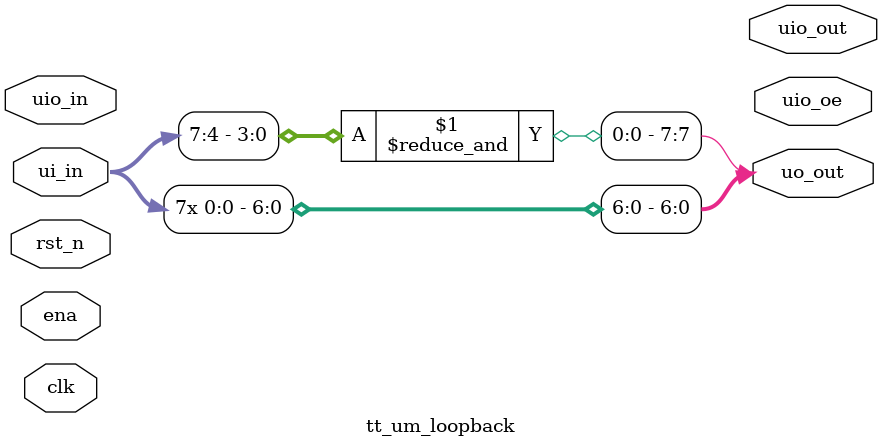
<source format=v>
/*
 * tt_um_loopback.v
 *
 * Loopback test user module
 *
 * Author: Sylvain Munaut <tnt@246tNt.com>
 */

`default_nettype none

module tt_um_loopback (
	input  wire [7:0] ui_in,	// Dedicated inputs
	output wire [7:0] uo_out,	// Dedicated outputs
	input  wire [7:0] uio_in,	// IOs: Input path
	output wire [7:0] uio_out,	// IOs: Output path
	output wire [7:0] uio_oe,	// IOs: Enable path (active high: 0=input, 1=output)
	input  wire       ena,
	input  wire       clk,
	input  wire       rst_n
);

	assign uo_out[6:0] = {7{ui_in[0]}};
	assign uo_out[7] = &ui_in[7:4];

endmodule // tt_um_loopback

</source>
